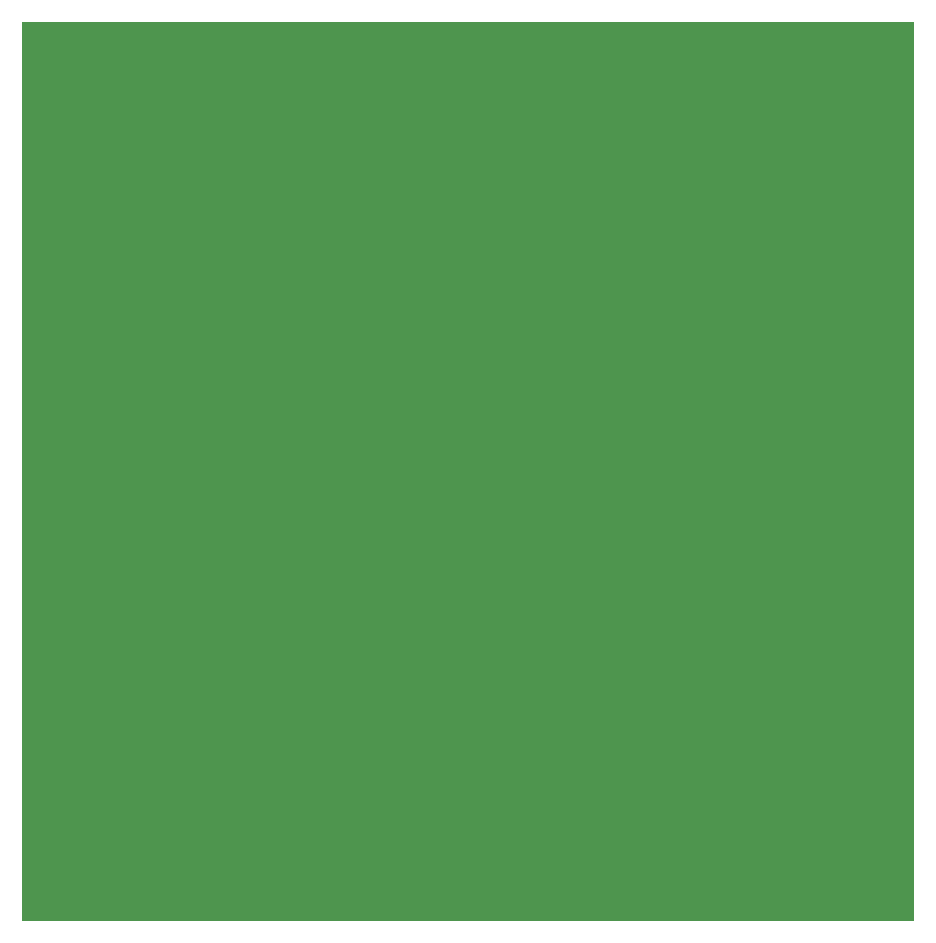
<source format=gts>
G04 Layer: TopSolderMaskLayer*
G04 EasyEDA Pro v2.1.30.c6721c40.b3cfa9, 2023-12-20 09:26:28*
G04 Gerber Generator version 0.3*
G04 Scale: 100 percent, Rotated: No, Reflected: No*
G04 Dimensions in millimeters*
G04 Leading zeros omitted, absolute positions, 3 integers and 3 decimals*
%FSLAX33Y33*%
%MOMM*%
%ADD10C,0.254*%
G75*


G04 PolygonModel Start*
G36*
G01X32736Y30420D02*
G01X-42724Y30420D01*
G01Y-45660D01*
G01X32736D01*
G01Y30420D01*
G37*
G04 PolygonModel End*
G54D10*

M02*

</source>
